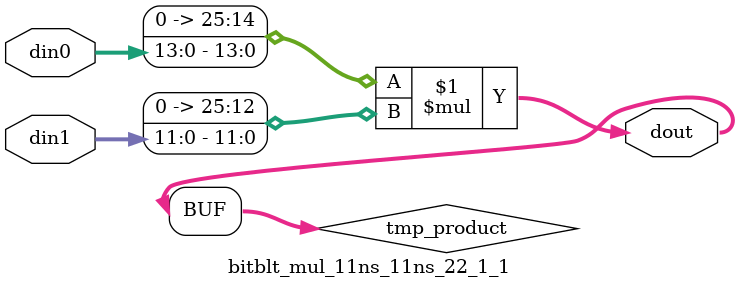
<source format=v>

`timescale 1 ns / 1 ps

  module bitblt_mul_11ns_11ns_22_1_1(din0, din1, dout);
parameter ID = 1;
parameter NUM_STAGE = 0;
parameter din0_WIDTH = 14;
parameter din1_WIDTH = 12;
parameter dout_WIDTH = 26;

input [din0_WIDTH - 1 : 0] din0; 
input [din1_WIDTH - 1 : 0] din1; 
output [dout_WIDTH - 1 : 0] dout;

wire signed [dout_WIDTH - 1 : 0] tmp_product;










assign tmp_product = $signed({1'b0, din0}) * $signed({1'b0, din1});











assign dout = tmp_product;







endmodule

</source>
